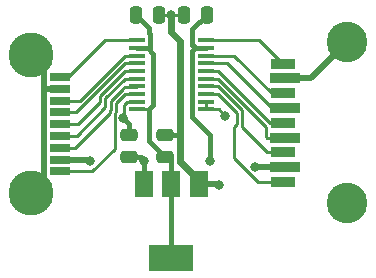
<source format=gtl>
%TF.GenerationSoftware,KiCad,Pcbnew,7.0.0-da2b9df05c~163~ubuntu22.04.1*%
%TF.CreationDate,2023-02-20T00:02:51+00:00*%
%TF.ProjectId,levelshifter,6c657665-6c73-4686-9966-7465722e6b69,rev?*%
%TF.SameCoordinates,Original*%
%TF.FileFunction,Copper,L1,Top*%
%TF.FilePolarity,Positive*%
%FSLAX46Y46*%
G04 Gerber Fmt 4.6, Leading zero omitted, Abs format (unit mm)*
G04 Created by KiCad (PCBNEW 7.0.0-da2b9df05c~163~ubuntu22.04.1) date 2023-02-20 00:02:51*
%MOMM*%
%LPD*%
G01*
G04 APERTURE LIST*
G04 Aperture macros list*
%AMRoundRect*
0 Rectangle with rounded corners*
0 $1 Rounding radius*
0 $2 $3 $4 $5 $6 $7 $8 $9 X,Y pos of 4 corners*
0 Add a 4 corners polygon primitive as box body*
4,1,4,$2,$3,$4,$5,$6,$7,$8,$9,$2,$3,0*
0 Add four circle primitives for the rounded corners*
1,1,$1+$1,$2,$3*
1,1,$1+$1,$4,$5*
1,1,$1+$1,$6,$7*
1,1,$1+$1,$8,$9*
0 Add four rect primitives between the rounded corners*
20,1,$1+$1,$2,$3,$4,$5,0*
20,1,$1+$1,$4,$5,$6,$7,0*
20,1,$1+$1,$6,$7,$8,$9,0*
20,1,$1+$1,$8,$9,$2,$3,0*%
G04 Aperture macros list end*
%TA.AperFunction,SMDPad,CuDef*%
%ADD10R,1.500000X2.200000*%
%TD*%
%TA.AperFunction,SMDPad,CuDef*%
%ADD11R,3.800000X2.200000*%
%TD*%
%TA.AperFunction,SMDPad,CuDef*%
%ADD12R,2.600000X0.900000*%
%TD*%
%TA.AperFunction,SMDPad,CuDef*%
%ADD13R,2.150000X0.900000*%
%TD*%
%TA.AperFunction,ComponentPad*%
%ADD14C,3.438000*%
%TD*%
%TA.AperFunction,SMDPad,CuDef*%
%ADD15R,1.800000X0.700000*%
%TD*%
%TA.AperFunction,ComponentPad*%
%ADD16C,3.800000*%
%TD*%
%TA.AperFunction,SMDPad,CuDef*%
%ADD17R,1.475000X0.450000*%
%TD*%
%TA.AperFunction,SMDPad,CuDef*%
%ADD18RoundRect,0.250000X-0.250000X-0.475000X0.250000X-0.475000X0.250000X0.475000X-0.250000X0.475000X0*%
%TD*%
%TA.AperFunction,SMDPad,CuDef*%
%ADD19RoundRect,0.250000X0.250000X0.475000X-0.250000X0.475000X-0.250000X-0.475000X0.250000X-0.475000X0*%
%TD*%
%TA.AperFunction,SMDPad,CuDef*%
%ADD20RoundRect,0.250000X0.475000X-0.250000X0.475000X0.250000X-0.475000X0.250000X-0.475000X-0.250000X0*%
%TD*%
%TA.AperFunction,ViaPad*%
%ADD21C,0.800000*%
%TD*%
%TA.AperFunction,Conductor*%
%ADD22C,0.400000*%
%TD*%
%TA.AperFunction,Conductor*%
%ADD23C,0.250000*%
%TD*%
%TA.AperFunction,Conductor*%
%ADD24C,0.600000*%
%TD*%
%TA.AperFunction,Conductor*%
%ADD25C,0.500000*%
%TD*%
%TA.AperFunction,Conductor*%
%ADD26C,0.450000*%
%TD*%
%TA.AperFunction,Conductor*%
%ADD27C,0.550000*%
%TD*%
G04 APERTURE END LIST*
D10*
%TO.P,U1,3,VIN*%
%TO.N,/V5*%
X146035999Y-95655999D03*
%TO.P,U1,2,VOUT*%
%TO.N,/V3*%
X148335999Y-95655999D03*
%TO.P,U1,1,GND*%
%TO.N,GND*%
X150635999Y-95655999D03*
D11*
%TO.P,U1,4,VOUT*%
%TO.N,/V3*%
X148335999Y-101955999D03*
%TD*%
D12*
%TO.P,J2,1,VBUS*%
%TO.N,/V5*%
X157966499Y-94225999D03*
%TO.P,J2,2,D-*%
%TO.N,/B3*%
X157966499Y-91725999D03*
%TO.P,J2,3,D+*%
%TO.N,/B5*%
X157966499Y-89225999D03*
%TO.P,J2,4,GND*%
%TO.N,GND*%
X157966499Y-86725999D03*
D13*
%TO.P,J2,5,STDA_SSRX*%
%TO.N,/B7*%
X157741499Y-85475999D03*
%TO.P,J2,6,STDA_SSRX+*%
%TO.N,/B6*%
X157741499Y-87975999D03*
%TO.P,J2,7,GND_DRAIN*%
%TO.N,/B4*%
X157741499Y-90475999D03*
%TO.P,J2,8,STDA_SSTX*%
%TO.N,/B2*%
X157741499Y-92975999D03*
%TO.P,J2,9,STDA_SSTX+*%
%TO.N,/B1*%
X157741499Y-95475999D03*
D14*
%TO.P,J2,MH1,MH1*%
%TO.N,GND*%
X163186500Y-97276000D03*
%TO.P,J2,MH2,MH2*%
X163186500Y-83676000D03*
%TD*%
D15*
%TO.P,J1,1,1*%
%TO.N,/V5*%
X138926999Y-93599999D03*
%TO.P,J1,2,2*%
%TO.N,/A3*%
X138926999Y-91599999D03*
%TO.P,J1,3,3*%
%TO.N,/A5*%
X138926999Y-89599999D03*
%TO.P,J1,4,4*%
%TO.N,GND*%
X138926999Y-87599999D03*
%TO.P,J1,5,5*%
%TO.N,/A7*%
X138926999Y-86599999D03*
%TO.P,J1,6,6*%
%TO.N,/A6*%
X138926999Y-88599999D03*
%TO.P,J1,7,7*%
%TO.N,/A4*%
X138926999Y-90599999D03*
%TO.P,J1,8,8*%
%TO.N,/A2*%
X138926999Y-92599999D03*
%TO.P,J1,9,9*%
%TO.N,/A1*%
X138926999Y-94599999D03*
D16*
%TO.P,J1,10,10*%
%TO.N,GND*%
X136477000Y-84750000D03*
%TO.P,J1,11,11*%
X136477000Y-96450000D03*
%TD*%
D17*
%TO.P,IC1,1,A1*%
%TO.N,/A7*%
X145405999Y-83486999D03*
%TO.P,IC1,2,VCCA*%
%TO.N,/V3*%
X145405999Y-84136999D03*
%TO.P,IC1,3,A2*%
%TO.N,/A6*%
X145405999Y-84786999D03*
%TO.P,IC1,4,A3*%
%TO.N,/A5*%
X145405999Y-85436999D03*
%TO.P,IC1,5,A4*%
%TO.N,/A4*%
X145405999Y-86086999D03*
%TO.P,IC1,6,A5*%
%TO.N,/A3*%
X145405999Y-86736999D03*
%TO.P,IC1,7,A6*%
%TO.N,/A2*%
X145405999Y-87386999D03*
%TO.P,IC1,8,A7*%
%TO.N,/A1*%
X145405999Y-88036999D03*
%TO.P,IC1,9,A8*%
%TO.N,GND*%
X145405999Y-88686999D03*
%TO.P,IC1,10,OE*%
%TO.N,/V3*%
X145405999Y-89336999D03*
%TO.P,IC1,11,GND*%
%TO.N,GND*%
X151281999Y-89336999D03*
%TO.P,IC1,12,B8*%
X151281999Y-88686999D03*
%TO.P,IC1,13,B7*%
%TO.N,/B1*%
X151281999Y-88036999D03*
%TO.P,IC1,14,B6*%
%TO.N,/B2*%
X151281999Y-87386999D03*
%TO.P,IC1,15,B5*%
%TO.N,/B3*%
X151281999Y-86736999D03*
%TO.P,IC1,16,B4*%
%TO.N,/B4*%
X151281999Y-86086999D03*
%TO.P,IC1,17,B3*%
%TO.N,/B5*%
X151281999Y-85436999D03*
%TO.P,IC1,18,B2*%
%TO.N,/B6*%
X151281999Y-84786999D03*
%TO.P,IC1,19,VCCB*%
%TO.N,/V5*%
X151281999Y-84136999D03*
%TO.P,IC1,20,B1*%
%TO.N,/B7*%
X151281999Y-83486999D03*
%TD*%
D18*
%TO.P,C4,1*%
%TO.N,/V3*%
X145362000Y-81332000D03*
%TO.P,C4,2*%
%TO.N,GND*%
X147262000Y-81332000D03*
%TD*%
D19*
%TO.P,C3,1*%
%TO.N,/V5*%
X151326000Y-81332000D03*
%TO.P,C3,2*%
%TO.N,GND*%
X149426000Y-81332000D03*
%TD*%
D20*
%TO.P,C2,1*%
%TO.N,/V3*%
X147828000Y-93406000D03*
%TO.P,C2,2*%
%TO.N,GND*%
X147828000Y-91506000D03*
%TD*%
%TO.P,C1,1*%
%TO.N,/V5*%
X144780000Y-93406000D03*
%TO.P,C1,2*%
%TO.N,GND*%
X144780000Y-91506000D03*
%TD*%
D21*
%TO.N,GND*%
X152400000Y-95758000D03*
%TO.N,/V5*%
X146050002Y-93726000D03*
X151638000Y-93726000D03*
%TO.N,GND*%
X144272025Y-90106573D03*
X152908000Y-89916000D03*
%TO.N,/V5*%
X141474054Y-93722054D03*
X155448000Y-94234000D03*
%TO.N,GND*%
X148330000Y-81332000D03*
%TD*%
D22*
%TO.N,/V3*%
X145362000Y-81332000D02*
X146468500Y-82438500D01*
X146468500Y-82438500D02*
X146468500Y-82862000D01*
X146468500Y-82862000D02*
X146543500Y-82937000D01*
X146543500Y-82937000D02*
X146543500Y-84134500D01*
X146543500Y-84134500D02*
X146468500Y-84209500D01*
%TO.N,/V5*%
X151326000Y-81332000D02*
X150114000Y-82544000D01*
X150114000Y-82544000D02*
X150114000Y-83900000D01*
X150114000Y-83900000D02*
X150219500Y-84005500D01*
%TO.N,/V3*%
X146421000Y-89337000D02*
X146812000Y-88946000D01*
X146812000Y-88946000D02*
X146812000Y-84640000D01*
X146812000Y-84640000D02*
X146309000Y-84137000D01*
X146309000Y-84137000D02*
X145406000Y-84137000D01*
%TO.N,/V5*%
X151580000Y-93668000D02*
X151580000Y-91492000D01*
X151580000Y-91492000D02*
X150114000Y-90026000D01*
X150114000Y-90026000D02*
X150114000Y-84374000D01*
X150114000Y-84374000D02*
X150351000Y-84137000D01*
%TO.N,GND*%
X147828000Y-91506000D02*
X148778000Y-91506000D01*
%TO.N,/V3*%
X146421000Y-89337000D02*
X146421000Y-91999000D01*
X146421000Y-91999000D02*
X147828000Y-93406000D01*
D23*
X148082000Y-93406000D02*
X148336000Y-93660000D01*
X147828000Y-93406000D02*
X148082000Y-93406000D01*
D22*
%TO.N,/V5*%
X144780000Y-93406000D02*
X145730002Y-93406000D01*
X145730002Y-93406000D02*
X146050002Y-93726000D01*
%TO.N,GND*%
X144780000Y-91506000D02*
X144780000Y-90614548D01*
X144780000Y-90614548D02*
X144272025Y-90106573D01*
D24*
X148336000Y-82804000D02*
X148336000Y-81338000D01*
X148336000Y-81338000D02*
X148330000Y-81332000D01*
X148336000Y-82804000D02*
X149098000Y-83566000D01*
X149098000Y-83566000D02*
X149098000Y-91186000D01*
D22*
%TO.N,/V3*%
X148336000Y-93660000D02*
X148336000Y-95656000D01*
D24*
%TO.N,GND*%
X149098000Y-91186000D02*
X149098000Y-93768000D01*
X149098000Y-93768000D02*
X150636000Y-95306000D01*
D23*
%TO.N,/V5*%
X151638000Y-93726000D02*
X151580000Y-93668000D01*
%TO.N,GND*%
X150636000Y-95306000D02*
X150636000Y-95656000D01*
D25*
X137402000Y-85675000D02*
X137527000Y-85800000D01*
X137527000Y-85800000D02*
X137527000Y-90424000D01*
X150636000Y-95656000D02*
X152298000Y-95656000D01*
D23*
X152298000Y-95656000D02*
X152400000Y-95758000D01*
X150636000Y-95456000D02*
X150636000Y-95656000D01*
D26*
%TO.N,/V5*%
X146036000Y-94728000D02*
X146050000Y-94714000D01*
X146050000Y-94714000D02*
X146050000Y-93726000D01*
D22*
%TO.N,/V3*%
X148336000Y-95656000D02*
X148336000Y-101956000D01*
D23*
%TO.N,/V5*%
X146036000Y-95656000D02*
X146036000Y-94728000D01*
D25*
%TO.N,GND*%
X138927000Y-87600000D02*
X137557000Y-87600000D01*
X137527000Y-95400000D02*
X137527000Y-90029000D01*
X137402000Y-95525000D02*
X137527000Y-95400000D01*
D23*
X136477000Y-84750000D02*
X137402000Y-85675000D01*
X137402000Y-95525000D02*
X136477000Y-96450000D01*
%TO.N,/A3*%
X142747501Y-88407999D02*
X144418500Y-86737000D01*
X140301294Y-91600000D02*
X142747501Y-89153793D01*
%TO.N,/A2*%
X144243500Y-87587000D02*
X144343500Y-87487000D01*
%TO.N,/A1*%
X143647002Y-88808498D02*
X144418500Y-88037000D01*
%TO.N,/A3*%
X142747501Y-89153793D02*
X142747501Y-88407999D01*
%TO.N,/A1*%
X144418500Y-88037000D02*
X145406000Y-88037000D01*
%TO.N,/A2*%
X143097025Y-89681665D02*
X143097025Y-89439959D01*
%TO.N,/A1*%
X143547025Y-89626355D02*
X143647002Y-89526378D01*
X138927000Y-94600000D02*
X141620707Y-94600000D01*
X143547025Y-92673682D02*
X143547025Y-89626355D01*
%TO.N,/A5*%
X144418500Y-85437000D02*
X145406000Y-85437000D01*
%TO.N,/A4*%
X138927000Y-90600000D02*
X140412310Y-90600000D01*
%TO.N,/A5*%
X140255500Y-89600000D02*
X144418500Y-85437000D01*
X138927000Y-89600000D02*
X140255500Y-89600000D01*
%TO.N,/A3*%
X144418500Y-86737000D02*
X145406000Y-86737000D01*
%TO.N,/A4*%
X144418500Y-86087000D02*
X145406000Y-86087000D01*
%TO.N,/A1*%
X141620707Y-94600000D02*
X143547025Y-92673682D01*
%TO.N,/A2*%
X145306000Y-87487000D02*
X145406000Y-87387000D01*
X144232104Y-87587000D02*
X144243500Y-87587000D01*
%TO.N,/A4*%
X142298000Y-88207500D02*
X144418500Y-86087000D01*
%TO.N,/A3*%
X138927000Y-91600000D02*
X140301294Y-91600000D01*
%TO.N,/A4*%
X142298000Y-88714310D02*
X142298000Y-88207500D01*
X140412310Y-90600000D02*
X142298000Y-88714310D01*
%TO.N,/A2*%
X143197002Y-88622102D02*
X144232104Y-87587000D01*
%TO.N,/A1*%
X143647002Y-89526378D02*
X143647002Y-88808498D01*
%TO.N,/A2*%
X138927000Y-92600000D02*
X140178690Y-92600000D01*
X140178690Y-92600000D02*
X143097025Y-89681665D01*
X143197002Y-89339982D02*
X143197002Y-88622102D01*
X143097025Y-89439959D02*
X143197002Y-89339982D01*
X144343500Y-87487000D02*
X145306000Y-87487000D01*
%TO.N,/A6*%
X144418500Y-84787000D02*
X145406000Y-84787000D01*
%TO.N,/A7*%
X139604000Y-86600000D02*
X142717000Y-83487000D01*
X138927000Y-86600000D02*
X139604000Y-86600000D01*
%TO.N,/A6*%
X138927000Y-88600000D02*
X140605500Y-88600000D01*
%TO.N,/A7*%
X142717000Y-83487000D02*
X145406000Y-83487000D01*
%TO.N,/A6*%
X140605500Y-88600000D02*
X144418500Y-84787000D01*
D27*
%TO.N,/V5*%
X138927000Y-93600000D02*
X141352000Y-93600000D01*
D23*
%TO.N,GND*%
X137154000Y-95810000D02*
X137117000Y-95810000D01*
X137117000Y-95810000D02*
X136477000Y-96450000D01*
D27*
X157966500Y-86726000D02*
X160136500Y-86726000D01*
X160136500Y-86726000D02*
X163186500Y-83676000D01*
D23*
X145406000Y-88687000D02*
X144612690Y-88687000D01*
%TO.N,/V5*%
X141352000Y-93600000D02*
X141474054Y-93722054D01*
%TO.N,GND*%
X144612690Y-88687000D02*
X144343500Y-88956190D01*
X144343500Y-88956190D02*
X144343500Y-90035098D01*
X144343500Y-90035098D02*
X144272025Y-90106573D01*
%TO.N,/B1*%
X155664695Y-95476000D02*
X157741500Y-95476000D01*
X153865501Y-89633001D02*
X153865501Y-90610189D01*
X151282000Y-88037000D02*
X152269500Y-88037000D01*
X153611501Y-90864189D02*
X153611501Y-93422806D01*
X153865501Y-90610189D02*
X153611501Y-90864189D01*
%TO.N,GND*%
X151282000Y-89337000D02*
X152329000Y-89337000D01*
%TO.N,/B2*%
X152269500Y-87387000D02*
X154315002Y-89432502D01*
%TO.N,/B1*%
X152269500Y-88037000D02*
X153865501Y-89633001D01*
X153611501Y-93422806D02*
X155664695Y-95476000D01*
%TO.N,/B2*%
X151282000Y-87387000D02*
X152269500Y-87387000D01*
X154315002Y-89432502D02*
X154315002Y-90874502D01*
X154315002Y-90874502D02*
X156416500Y-92976000D01*
%TO.N,GND*%
X152329000Y-89337000D02*
X152908000Y-89916000D01*
%TO.N,/B2*%
X156416500Y-92976000D02*
X157741500Y-92976000D01*
%TO.N,GND*%
X151282000Y-88687000D02*
X151282000Y-89337000D01*
%TO.N,/B3*%
X151282000Y-86737000D02*
X152269500Y-86737000D01*
X152269500Y-86737000D02*
X156341500Y-90809000D01*
X156341500Y-90809000D02*
X156341500Y-91651000D01*
X156341500Y-91651000D02*
X156416500Y-91726000D01*
X156416500Y-91726000D02*
X157966500Y-91726000D01*
%TO.N,/B4*%
X151282000Y-86087000D02*
X152269500Y-86087000D01*
X152269500Y-86087000D02*
X156658500Y-90476000D01*
X156658500Y-90476000D02*
X157741500Y-90476000D01*
%TO.N,/B5*%
X151282000Y-85437000D02*
X153027500Y-85437000D01*
X153027500Y-85437000D02*
X156816500Y-89226000D01*
X156816500Y-89226000D02*
X157966500Y-89226000D01*
%TO.N,/B6*%
X151282000Y-84787000D02*
X153627500Y-84787000D01*
X153627500Y-84787000D02*
X156816500Y-87976000D01*
X156816500Y-87976000D02*
X157741500Y-87976000D01*
%TO.N,/B7*%
X151282000Y-83487000D02*
X155752500Y-83487000D01*
X155752500Y-83487000D02*
X157741500Y-85476000D01*
D27*
%TO.N,/V5*%
X157966500Y-94226000D02*
X155456000Y-94226000D01*
D23*
X155456000Y-94226000D02*
X155448000Y-94234000D01*
D22*
X150351000Y-84137000D02*
X151282000Y-84137000D01*
D23*
X150219500Y-84005500D02*
X150351000Y-84137000D01*
%TO.N,GND*%
X148330000Y-81332000D02*
X147262000Y-81332000D01*
X148330000Y-81332000D02*
X149426000Y-81332000D01*
%TO.N,/V3*%
X146468500Y-84209500D02*
X146396000Y-84137000D01*
X145406000Y-89337000D02*
X146421000Y-89337000D01*
X146396000Y-84137000D02*
X145406000Y-84137000D01*
%TD*%
M02*

</source>
